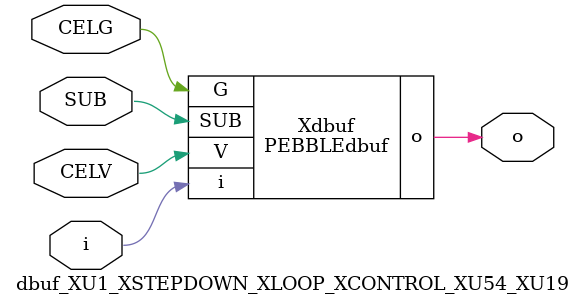
<source format=v>



module PEBBLEdbuf ( o, G, SUB, V, i );

  input V;
  input i;
  input G;
  output o;
  input SUB;
endmodule

//Celera Confidential Do Not Copy dbuf_XU1_XSTEPDOWN_XLOOP_XCONTROL_XU54_XU19
//Celera Confidential Symbol Generator
//Digital Buffer
module dbuf_XU1_XSTEPDOWN_XLOOP_XCONTROL_XU54_XU19 (CELV,CELG,i,o,SUB);
input CELV;
input CELG;
input i;
input SUB;
output o;

//Celera Confidential Do Not Copy dbuf
PEBBLEdbuf Xdbuf(
.V (CELV),
.i (i),
.o (o),
.SUB (SUB),
.G (CELG)
);
//,diesize,PEBBLEdbuf

//Celera Confidential Do Not Copy Module End
//Celera Schematic Generator
endmodule

</source>
